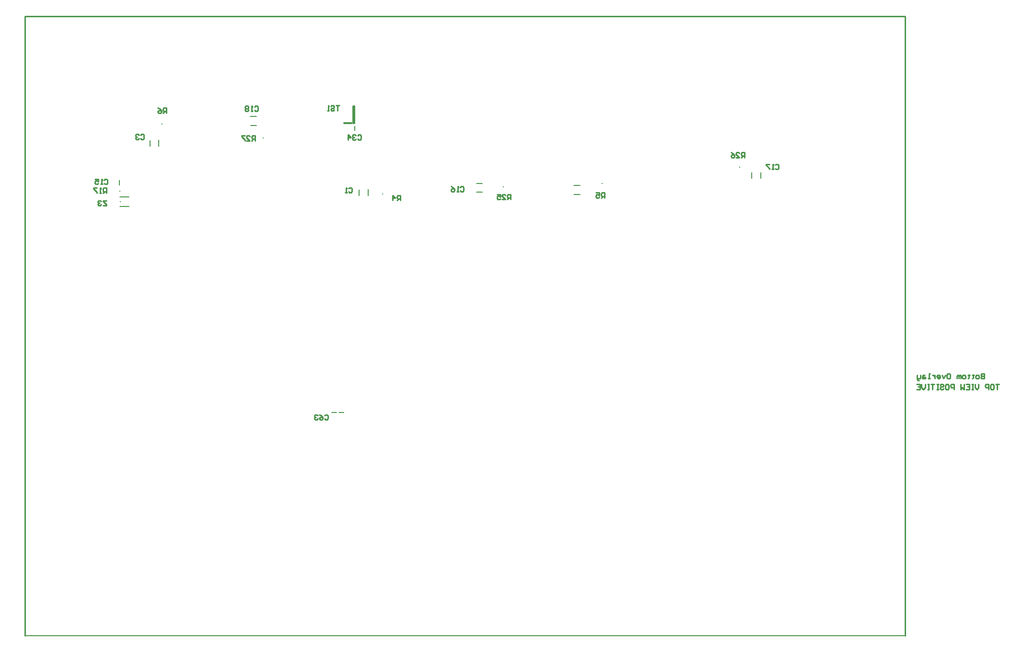
<source format=gbo>
G04*
G04 #@! TF.GenerationSoftware,Altium Limited,Altium Designer,20.0.13 (296)*
G04*
G04 Layer_Color=32896*
%FSLAX25Y25*%
%MOIN*%
G70*
G01*
G75*
%ADD10C,0.00787*%
%ADD11C,0.00787*%
%ADD13C,0.01000*%
%ADD15C,0.00600*%
%ADD16C,0.01181*%
%ADD17C,0.00866*%
D10*
X0Y-0D02*
X611867D01*
X232329Y306467D02*
Y310567D01*
X238529Y306517D02*
Y310617D01*
X65937Y298621D02*
X72236D01*
X65937Y305314D02*
X72236D01*
X511604Y318327D02*
Y322427D01*
X505404Y318277D02*
Y322377D01*
X313813Y314872D02*
X317913D01*
X313863Y308672D02*
X317963D01*
X156824Y355262D02*
X160924D01*
X156774Y361462D02*
X160874D01*
X86900Y340816D02*
Y344916D01*
X93100Y340866D02*
Y344966D01*
X381739Y307142D02*
X385840D01*
X381690Y313342D02*
X385789D01*
D11*
X66196Y301968D02*
D03*
X496882Y326257D02*
D03*
X332766Y312354D02*
D03*
X95177Y356000D02*
D03*
X401263Y314620D02*
D03*
X248681Y307522D02*
D03*
X165469Y346527D02*
D03*
X65951Y309425D02*
D03*
D13*
X666986Y182489D02*
Y178946D01*
X665215D01*
X664625Y179537D01*
Y180127D01*
X665215Y180718D01*
X666986D01*
X665215D01*
X664625Y181308D01*
Y181898D01*
X665215Y182489D01*
X666986D01*
X662854Y178946D02*
X661673D01*
X661083Y179537D01*
Y180718D01*
X661673Y181308D01*
X662854D01*
X663444Y180718D01*
Y179537D01*
X662854Y178946D01*
X659311Y181898D02*
Y181308D01*
X659902D01*
X658721D01*
X659311D01*
Y179537D01*
X658721Y178946D01*
X656360Y181898D02*
Y181308D01*
X656950D01*
X655769D01*
X656360D01*
Y179537D01*
X655769Y178946D01*
X653408D02*
X652227D01*
X651637Y179537D01*
Y180718D01*
X652227Y181308D01*
X653408D01*
X653998Y180718D01*
Y179537D01*
X653408Y178946D01*
X650456D02*
Y181308D01*
X649866D01*
X649275Y180718D01*
Y178946D01*
Y180718D01*
X648685Y181308D01*
X648095Y180718D01*
Y178946D01*
X641601Y182489D02*
X642781D01*
X643372Y181898D01*
Y179537D01*
X642781Y178946D01*
X641601D01*
X641010Y179537D01*
Y181898D01*
X641601Y182489D01*
X639830Y181308D02*
X638649Y178946D01*
X637468Y181308D01*
X634516Y178946D02*
X635697D01*
X636287Y179537D01*
Y180718D01*
X635697Y181308D01*
X634516D01*
X633926Y180718D01*
Y180127D01*
X636287D01*
X632745Y181308D02*
Y178946D01*
Y180127D01*
X632155Y180718D01*
X631565Y181308D01*
X630974D01*
X629203Y178946D02*
X628022D01*
X628613D01*
Y182489D01*
X629203D01*
X625661Y181308D02*
X624480D01*
X623890Y180718D01*
Y178946D01*
X625661D01*
X626251Y179537D01*
X625661Y180127D01*
X623890D01*
X622709Y181308D02*
Y179537D01*
X622119Y178946D01*
X620348D01*
Y178356D01*
X620938Y177766D01*
X621528D01*
X620348Y178946D02*
Y181308D01*
X677144Y175063D02*
X674783D01*
X675963D01*
Y171520D01*
X671831Y175063D02*
X673012D01*
X673602Y174472D01*
Y172111D01*
X673012Y171520D01*
X671831D01*
X671241Y172111D01*
Y174472D01*
X671831Y175063D01*
X670060Y171520D02*
Y175063D01*
X668289D01*
X667698Y174472D01*
Y173291D01*
X668289Y172701D01*
X670060D01*
X662976Y175063D02*
Y172701D01*
X661795Y171520D01*
X660614Y172701D01*
Y175063D01*
X659433D02*
X658253D01*
X658843D01*
Y171520D01*
X659433D01*
X658253D01*
X654120Y175063D02*
X656482D01*
Y171520D01*
X654120D01*
X656482Y173291D02*
X655301D01*
X652940Y175063D02*
Y171520D01*
X651759Y172701D01*
X650578Y171520D01*
Y175063D01*
X645855Y171520D02*
Y175063D01*
X644084D01*
X643494Y174472D01*
Y173291D01*
X644084Y172701D01*
X645855D01*
X640542Y175063D02*
X641723D01*
X642313Y174472D01*
Y172111D01*
X641723Y171520D01*
X640542D01*
X639952Y172111D01*
Y174472D01*
X640542Y175063D01*
X636409Y174472D02*
X637000Y175063D01*
X638180D01*
X638771Y174472D01*
Y173882D01*
X638180Y173291D01*
X637000D01*
X636409Y172701D01*
Y172111D01*
X637000Y171520D01*
X638180D01*
X638771Y172111D01*
X635229Y175063D02*
X634048D01*
X634638D01*
Y171520D01*
X635229D01*
X634048D01*
X632277Y175063D02*
X629915D01*
X631096D01*
Y171520D01*
X628735Y175063D02*
X627554D01*
X628144D01*
Y171520D01*
X628735D01*
X627554D01*
X625783Y175063D02*
Y172701D01*
X624602Y171520D01*
X623421Y172701D01*
Y175063D01*
X619879D02*
X622241D01*
Y171520D01*
X619879D01*
X622241Y173291D02*
X621060D01*
X208233Y153331D02*
X208823Y153921D01*
X210004D01*
X210594Y153331D01*
Y150970D01*
X210004Y150379D01*
X208823D01*
X208233Y150970D01*
X204691Y153921D02*
X205871Y153331D01*
X207052Y152150D01*
Y150970D01*
X206462Y150379D01*
X205281D01*
X204691Y150970D01*
Y151560D01*
X205281Y152150D01*
X207052D01*
X203510Y153331D02*
X202920Y153921D01*
X201739D01*
X201148Y153331D01*
Y152741D01*
X201739Y152150D01*
X202329D01*
X201739D01*
X201148Y151560D01*
Y150970D01*
X201739Y150379D01*
X202920D01*
X203510Y150970D01*
X159952Y344529D02*
Y348071D01*
X158181D01*
X157591Y347481D01*
Y346300D01*
X158181Y345709D01*
X159952D01*
X158772D02*
X157591Y344529D01*
X154049D02*
X156410D01*
X154049Y346890D01*
Y347481D01*
X154639Y348071D01*
X155820D01*
X156410Y347481D01*
X152868Y348071D02*
X150507D01*
Y347481D01*
X152868Y345119D01*
Y344529D01*
X224990Y311320D02*
X225580Y311911D01*
X226761D01*
X227351Y311320D01*
Y308959D01*
X226761Y308369D01*
X225580D01*
X224990Y308959D01*
X223809Y308369D02*
X222628D01*
X223219D01*
Y311911D01*
X223809Y311320D01*
X80389Y348408D02*
X80980Y348998D01*
X82160D01*
X82751Y348408D01*
Y346047D01*
X82160Y345456D01*
X80980D01*
X80389Y346047D01*
X79208Y348408D02*
X78618Y348998D01*
X77437D01*
X76847Y348408D01*
Y347818D01*
X77437Y347227D01*
X78028D01*
X77437D01*
X76847Y346637D01*
Y346047D01*
X77437Y345456D01*
X78618D01*
X79208Y346047D01*
X55084Y317238D02*
X55674Y317828D01*
X56855D01*
X57445Y317238D01*
Y314877D01*
X56855Y314286D01*
X55674D01*
X55084Y314877D01*
X53903Y314286D02*
X52723D01*
X53313D01*
Y317828D01*
X53903Y317238D01*
X48590Y317828D02*
X50951D01*
Y316057D01*
X49771Y316648D01*
X49180D01*
X48590Y316057D01*
Y314877D01*
X49180Y314286D01*
X50361D01*
X50951Y314877D01*
X261051Y302935D02*
Y306477D01*
X259280D01*
X258690Y305887D01*
Y304706D01*
X259280Y304116D01*
X261051D01*
X259871D02*
X258690Y302935D01*
X255738D02*
Y306477D01*
X257509Y304706D01*
X255148D01*
X402972Y304742D02*
Y308284D01*
X401201D01*
X400610Y307694D01*
Y306513D01*
X401201Y305923D01*
X402972D01*
X401791D02*
X400610Y304742D01*
X397068Y308284D02*
X399430D01*
Y306513D01*
X398249Y307104D01*
X397659D01*
X397068Y306513D01*
Y305333D01*
X397659Y304742D01*
X398839D01*
X399430Y305333D01*
X98330Y363762D02*
Y367304D01*
X96559D01*
X95968Y366714D01*
Y365533D01*
X96559Y364943D01*
X98330D01*
X97149D02*
X95968Y363762D01*
X92426Y367304D02*
X93607Y366714D01*
X94788Y365533D01*
Y364352D01*
X94197Y363762D01*
X93017D01*
X92426Y364352D01*
Y364943D01*
X93017Y365533D01*
X94788D01*
X56507Y308067D02*
Y311609D01*
X54736D01*
X54145Y311019D01*
Y309838D01*
X54736Y309248D01*
X56507D01*
X55326D02*
X54145Y308067D01*
X52965D02*
X51784D01*
X52374D01*
Y311609D01*
X52965Y311019D01*
X50013Y311609D02*
X47651D01*
Y311019D01*
X50013Y308657D01*
Y308067D01*
X337588Y303640D02*
Y307182D01*
X335817D01*
X335227Y306592D01*
Y305411D01*
X335817Y304821D01*
X337588D01*
X336407D02*
X335227Y303640D01*
X331684D02*
X334046D01*
X331684Y306001D01*
Y306592D01*
X332275Y307182D01*
X333455D01*
X334046Y306592D01*
X328142Y307182D02*
X330504D01*
Y305411D01*
X329323Y306001D01*
X328733D01*
X328142Y305411D01*
Y304230D01*
X328733Y303640D01*
X329913D01*
X330504Y304230D01*
X56556Y302925D02*
X54195D01*
Y302335D01*
X56556Y299974D01*
Y299383D01*
X54195D01*
X53014Y302335D02*
X52424Y302925D01*
X51243D01*
X50653Y302335D01*
Y301745D01*
X51243Y301154D01*
X51833D01*
X51243D01*
X50653Y300564D01*
Y299974D01*
X51243Y299383D01*
X52424D01*
X53014Y299974D01*
X159524Y368042D02*
X160115Y368633D01*
X161295D01*
X161886Y368042D01*
Y365681D01*
X161295Y365091D01*
X160115D01*
X159524Y365681D01*
X158344Y365091D02*
X157163D01*
X157753D01*
Y368633D01*
X158344Y368042D01*
X155392D02*
X154801Y368633D01*
X153621D01*
X153030Y368042D01*
Y367452D01*
X153621Y366862D01*
X153030Y366271D01*
Y365681D01*
X153621Y365091D01*
X154801D01*
X155392Y365681D01*
Y366271D01*
X154801Y366862D01*
X155392Y367452D01*
Y368042D01*
X154801Y366862D02*
X153621D01*
X302650Y312183D02*
X303240Y312774D01*
X304421D01*
X305011Y312183D01*
Y309822D01*
X304421Y309232D01*
X303240D01*
X302650Y309822D01*
X301469Y309232D02*
X300288D01*
X300879D01*
Y312774D01*
X301469Y312183D01*
X296156Y312774D02*
X297337Y312183D01*
X298517Y311003D01*
Y309822D01*
X297927Y309232D01*
X296746D01*
X296156Y309822D01*
Y310412D01*
X296746Y311003D01*
X298517D01*
X521654Y327624D02*
X522244Y328214D01*
X523425D01*
X524016Y327624D01*
Y325262D01*
X523425Y324672D01*
X522244D01*
X521654Y325262D01*
X520473Y324672D02*
X519293D01*
X519883D01*
Y328214D01*
X520473Y327624D01*
X517522Y328214D02*
X515160D01*
Y327624D01*
X517522Y325262D01*
Y324672D01*
X500302Y332841D02*
Y336383D01*
X498530D01*
X497940Y335792D01*
Y334612D01*
X498530Y334021D01*
X500302D01*
X499121D02*
X497940Y332841D01*
X494398D02*
X496759D01*
X494398Y335202D01*
Y335792D01*
X494988Y336383D01*
X496169D01*
X496759Y335792D01*
X490856Y336383D02*
X492036Y335792D01*
X493217Y334612D01*
Y333431D01*
X492627Y332841D01*
X491446D01*
X490856Y333431D01*
Y334021D01*
X491446Y334612D01*
X493217D01*
X231225Y348052D02*
X231815Y348642D01*
X232996D01*
X233586Y348052D01*
Y345691D01*
X232996Y345100D01*
X231815D01*
X231225Y345691D01*
X230044Y348052D02*
X229454Y348642D01*
X228273D01*
X227683Y348052D01*
Y347462D01*
X228273Y346871D01*
X228864D01*
X228273D01*
X227683Y346281D01*
Y345691D01*
X228273Y345100D01*
X229454D01*
X230044Y345691D01*
X224731Y345100D02*
Y348642D01*
X226502Y346871D01*
X224141D01*
X218479Y368951D02*
X216118D01*
X217298D01*
Y365409D01*
X212575Y368361D02*
X213166Y368951D01*
X214346D01*
X214937Y368361D01*
Y367771D01*
X214346Y367180D01*
X213166D01*
X212575Y366590D01*
Y366000D01*
X213166Y365409D01*
X214346D01*
X214937Y366000D01*
X211395Y365409D02*
X210214D01*
X210804D01*
Y368951D01*
X211395Y368361D01*
D15*
X213425Y155448D02*
X216575D01*
X218425Y155551D02*
X221574D01*
X65551Y313925D02*
Y317075D01*
X229298Y351689D02*
Y354838D01*
D16*
X228267Y356899D02*
X228857D01*
Y368396D01*
X228267D02*
X228857D01*
X228267Y356899D02*
Y368396D01*
X221968Y356742D02*
X226889D01*
D17*
X-0Y431115D02*
X611867Y431115D01*
X611867Y-0D01*
X-0Y431117D02*
X0Y0D01*
M02*

</source>
